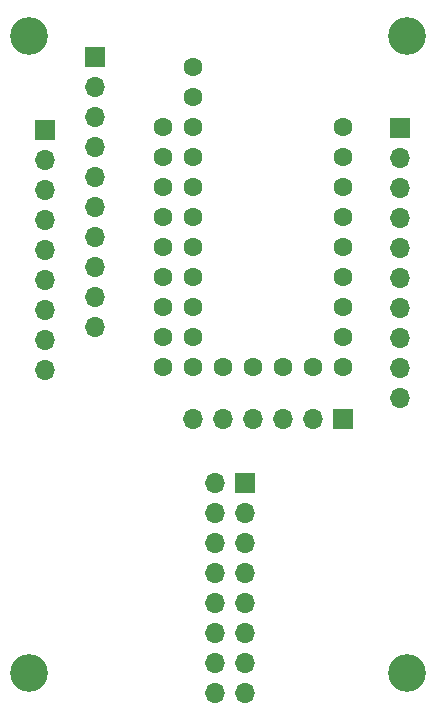
<source format=gbr>
%TF.GenerationSoftware,KiCad,Pcbnew,8.0.2*%
%TF.CreationDate,2024-06-07T02:26:32+03:00*%
%TF.ProjectId,switch emergent,73776974-6368-4206-956d-657267656e74,rev?*%
%TF.SameCoordinates,Original*%
%TF.FileFunction,Soldermask,Bot*%
%TF.FilePolarity,Negative*%
%FSLAX46Y46*%
G04 Gerber Fmt 4.6, Leading zero omitted, Abs format (unit mm)*
G04 Created by KiCad (PCBNEW 8.0.2) date 2024-06-07 02:26:32*
%MOMM*%
%LPD*%
G01*
G04 APERTURE LIST*
%ADD10C,1.600000*%
%ADD11R,1.700000X1.700000*%
%ADD12O,1.700000X1.700000*%
%ADD13C,3.200000*%
G04 APERTURE END LIST*
D10*
%TO.C,U3*%
X86600000Y-73700000D03*
X86600000Y-76240000D03*
X86600000Y-78780000D03*
X86600000Y-81320000D03*
X86600000Y-83860000D03*
X86600000Y-86400000D03*
X86600000Y-88940000D03*
X86600000Y-91480000D03*
X86600000Y-94020000D03*
X84060000Y-94020000D03*
X81520000Y-94020000D03*
X78980000Y-94020000D03*
X76440000Y-94020000D03*
X73900000Y-94020000D03*
X71360000Y-94020000D03*
X71360000Y-91480000D03*
X73900000Y-91480000D03*
X73900000Y-88940000D03*
X73900000Y-86400000D03*
X73900000Y-83860000D03*
X73900000Y-81320000D03*
X73900000Y-78780000D03*
X73900000Y-76240000D03*
X73900000Y-73700000D03*
X73900000Y-71160000D03*
X71360000Y-88940000D03*
X71360000Y-86400000D03*
X71360000Y-83860000D03*
X71360000Y-81320000D03*
X71360000Y-78780000D03*
X71360000Y-76240000D03*
X71360000Y-73700000D03*
X73900000Y-68620000D03*
%TD*%
D11*
%TO.C,J5*%
X91350000Y-73860000D03*
D12*
X91350000Y-76400000D03*
X91350000Y-78940000D03*
X91350000Y-81480000D03*
X91350000Y-84020000D03*
X91350000Y-86560000D03*
X91350000Y-89100000D03*
X91350000Y-91640000D03*
X91350000Y-94180000D03*
X91350000Y-96720000D03*
%TD*%
D13*
%TO.C,REF\u002A\u002A*%
X60000000Y-66000000D03*
%TD*%
%TO.C,REF\u002A\u002A*%
X92000000Y-120000000D03*
%TD*%
D11*
%TO.C,J3*%
X61300000Y-73960000D03*
D12*
X61300000Y-76500000D03*
X61300000Y-79040000D03*
X61300000Y-81580000D03*
X61300000Y-84120000D03*
X61300000Y-86660000D03*
X61300000Y-89200000D03*
X61300000Y-91740000D03*
X61300000Y-94280000D03*
%TD*%
D11*
%TO.C,J4*%
X65600000Y-67770000D03*
D12*
X65600000Y-70310000D03*
X65600000Y-72850000D03*
X65600000Y-75390000D03*
X65600000Y-77930000D03*
X65600000Y-80470000D03*
X65600000Y-83010000D03*
X65600000Y-85550000D03*
X65600000Y-88090000D03*
X65600000Y-90630000D03*
%TD*%
D11*
%TO.C,J2*%
X86580000Y-98500000D03*
D12*
X84040000Y-98500000D03*
X81500000Y-98500000D03*
X78960000Y-98500000D03*
X76420000Y-98500000D03*
X73880000Y-98500000D03*
%TD*%
D13*
%TO.C,REF\u002A\u002A*%
X92000000Y-66000000D03*
%TD*%
%TO.C,REF\u002A\u002A*%
X60000000Y-120000000D03*
%TD*%
D11*
%TO.C,J1*%
X78300000Y-103860000D03*
D12*
X75760000Y-103860000D03*
X78300000Y-106400000D03*
X75760000Y-106400000D03*
X78300000Y-108940000D03*
X75760000Y-108940000D03*
X78300000Y-111480000D03*
X75760000Y-111480000D03*
X78300000Y-114020000D03*
X75760000Y-114020000D03*
X78300000Y-116560000D03*
X75760000Y-116560000D03*
X78300000Y-119100000D03*
X75760000Y-119100000D03*
X78300000Y-121640000D03*
X75760000Y-121640000D03*
%TD*%
M02*

</source>
